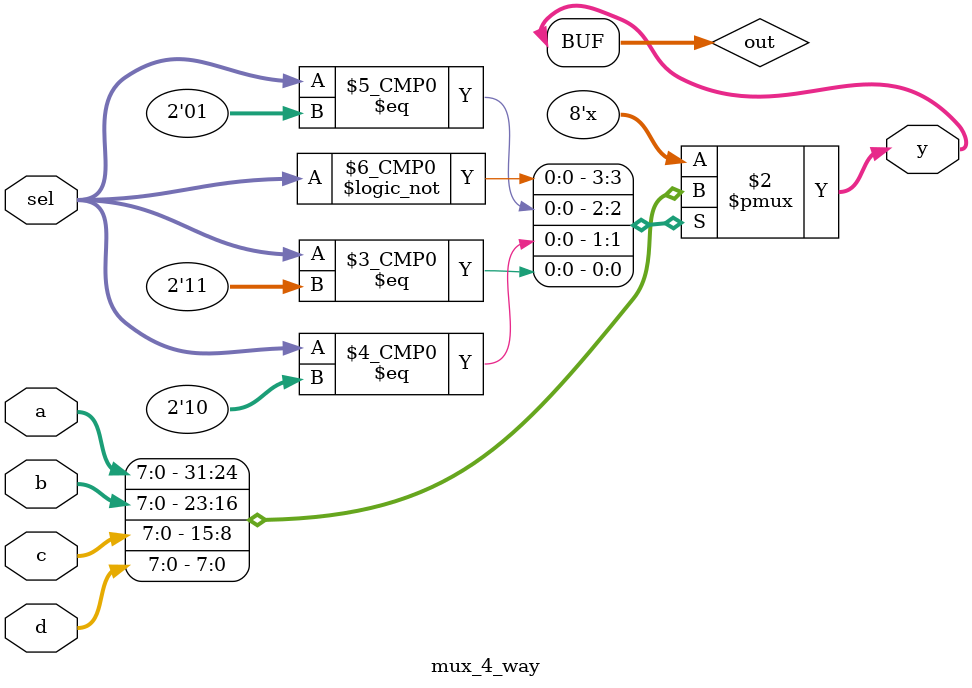
<source format=v>
`timescale 1ns / 1ps


module mux_4_way(
    input [7:0] a,b,c,d,//input
    input [1:0] sel,//2-bit select
    output [7:0]  y// output
    );
    //internal reg
    reg [7:0] out;
    
    always @ (*)begin
            case (sel) //case select
              0: out = a;
              1: out = b;
              2: out = c;
              3: out = d;
              default:out = 8'bx;
            endcase
    end
    assign y = out;    
endmodule

</source>
